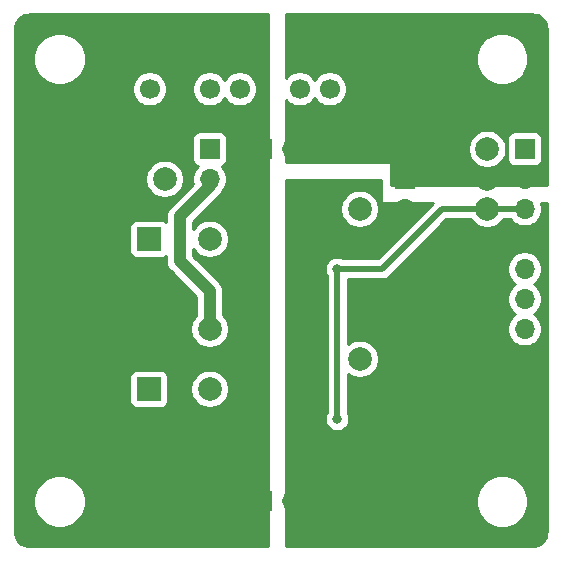
<source format=gbl>
G04 #@! TF.GenerationSoftware,KiCad,Pcbnew,5.1.5-52549c5~84~ubuntu19.04.1*
G04 #@! TF.CreationDate,2019-12-10T10:52:44+01:00*
G04 #@! TF.ProjectId,2ch-4-20mA,3263682d-342d-4323-906d-412e6b696361,rev?*
G04 #@! TF.SameCoordinates,Original*
G04 #@! TF.FileFunction,Copper,L2,Bot*
G04 #@! TF.FilePolarity,Positive*
%FSLAX46Y46*%
G04 Gerber Fmt 4.6, Leading zero omitted, Abs format (unit mm)*
G04 Created by KiCad (PCBNEW 5.1.5-52549c5~84~ubuntu19.04.1) date 2019-12-10 10:52:44*
%MOMM*%
%LPD*%
G04 APERTURE LIST*
%ADD10C,2.000000*%
%ADD11R,2.000000X2.000000*%
%ADD12C,1.700000*%
%ADD13R,1.700000X1.700000*%
%ADD14O,1.700000X1.700000*%
%ADD15C,0.800000*%
%ADD16C,0.508000*%
%ADD17C,1.016000*%
%ADD18C,0.254000*%
G04 APERTURE END LIST*
D10*
X122553200Y-114625000D03*
D11*
X127555000Y-111125000D03*
D10*
X122553200Y-101925000D03*
D11*
X127555000Y-98425000D03*
D12*
X127635000Y-85725000D03*
X130175000Y-85725000D03*
X132715000Y-85725000D03*
X135255000Y-85725000D03*
X140335000Y-85725000D03*
X142875000Y-85725000D03*
D13*
X145415000Y-85725000D03*
D14*
X132715000Y-93345000D03*
D13*
X132715000Y-90805000D03*
D14*
X139700000Y-120650000D03*
D13*
X137160000Y-120650000D03*
D14*
X149225000Y-95885000D03*
D13*
X149225000Y-93345000D03*
D14*
X139700000Y-90805000D03*
D13*
X137160000Y-90805000D03*
D14*
X159385000Y-106045000D03*
X159385000Y-103505000D03*
X159385000Y-100965000D03*
X159385000Y-98425000D03*
X159385000Y-95885000D03*
X159385000Y-93345000D03*
D13*
X159385000Y-90805000D03*
D10*
X156210000Y-98425000D03*
X156210000Y-95885000D03*
X156210000Y-93345000D03*
X156210000Y-90805000D03*
X128905000Y-90805000D03*
X128905000Y-93345000D03*
X145415000Y-108585000D03*
X132715000Y-111125000D03*
X145415000Y-95885000D03*
X132715000Y-98425000D03*
D15*
X141605000Y-117475000D03*
X140970000Y-106680000D03*
X141605000Y-104775000D03*
X140970000Y-93980000D03*
X146050000Y-102235000D03*
X143510000Y-100965000D03*
X143510000Y-113665000D03*
D10*
X132715000Y-106045000D03*
D16*
X159385000Y-95885000D02*
X156210000Y-95885000D01*
X156210000Y-95885000D02*
X152400000Y-95885000D01*
X147320000Y-100965000D02*
X143510000Y-100965000D01*
X152400000Y-95885000D02*
X147320000Y-100965000D01*
X143510000Y-113665000D02*
X143510000Y-100965000D01*
D17*
X132715000Y-102870000D02*
X132715000Y-106045000D01*
X130175000Y-100330000D02*
X132715000Y-102870000D01*
X130175000Y-96520000D02*
X130175000Y-100330000D01*
X132715000Y-93345000D02*
X132715000Y-93980000D01*
X132715000Y-93980000D02*
X130175000Y-96520000D01*
D18*
G36*
X137668000Y-124435000D02*
G01*
X117507277Y-124435000D01*
X117233795Y-124408185D01*
X117001774Y-124338133D01*
X116787778Y-124224350D01*
X116599961Y-124071169D01*
X116445471Y-123884424D01*
X116330198Y-123671231D01*
X116258528Y-123439701D01*
X116230000Y-123168276D01*
X116230000Y-120429872D01*
X117780000Y-120429872D01*
X117780000Y-120870128D01*
X117865890Y-121301925D01*
X118034369Y-121708669D01*
X118278962Y-122074729D01*
X118590271Y-122386038D01*
X118956331Y-122630631D01*
X119363075Y-122799110D01*
X119794872Y-122885000D01*
X120235128Y-122885000D01*
X120666925Y-122799110D01*
X121073669Y-122630631D01*
X121439729Y-122386038D01*
X121751038Y-122074729D01*
X121995631Y-121708669D01*
X122164110Y-121301925D01*
X122250000Y-120870128D01*
X122250000Y-120429872D01*
X122164110Y-119998075D01*
X121995631Y-119591331D01*
X121751038Y-119225271D01*
X121439729Y-118913962D01*
X121073669Y-118669369D01*
X120666925Y-118500890D01*
X120235128Y-118415000D01*
X119794872Y-118415000D01*
X119363075Y-118500890D01*
X118956331Y-118669369D01*
X118590271Y-118913962D01*
X118278962Y-119225271D01*
X118034369Y-119591331D01*
X117865890Y-119998075D01*
X117780000Y-120429872D01*
X116230000Y-120429872D01*
X116230000Y-110125000D01*
X125916928Y-110125000D01*
X125916928Y-112125000D01*
X125929188Y-112249482D01*
X125965498Y-112369180D01*
X126024463Y-112479494D01*
X126103815Y-112576185D01*
X126200506Y-112655537D01*
X126310820Y-112714502D01*
X126430518Y-112750812D01*
X126555000Y-112763072D01*
X128555000Y-112763072D01*
X128679482Y-112750812D01*
X128799180Y-112714502D01*
X128909494Y-112655537D01*
X129006185Y-112576185D01*
X129085537Y-112479494D01*
X129144502Y-112369180D01*
X129180812Y-112249482D01*
X129193072Y-112125000D01*
X129193072Y-110963967D01*
X131080000Y-110963967D01*
X131080000Y-111286033D01*
X131142832Y-111601912D01*
X131266082Y-111899463D01*
X131445013Y-112167252D01*
X131672748Y-112394987D01*
X131940537Y-112573918D01*
X132238088Y-112697168D01*
X132553967Y-112760000D01*
X132876033Y-112760000D01*
X133191912Y-112697168D01*
X133489463Y-112573918D01*
X133757252Y-112394987D01*
X133984987Y-112167252D01*
X134163918Y-111899463D01*
X134287168Y-111601912D01*
X134350000Y-111286033D01*
X134350000Y-110963967D01*
X134287168Y-110648088D01*
X134163918Y-110350537D01*
X133984987Y-110082748D01*
X133757252Y-109855013D01*
X133489463Y-109676082D01*
X133191912Y-109552832D01*
X132876033Y-109490000D01*
X132553967Y-109490000D01*
X132238088Y-109552832D01*
X131940537Y-109676082D01*
X131672748Y-109855013D01*
X131445013Y-110082748D01*
X131266082Y-110350537D01*
X131142832Y-110648088D01*
X131080000Y-110963967D01*
X129193072Y-110963967D01*
X129193072Y-110125000D01*
X129180812Y-110000518D01*
X129144502Y-109880820D01*
X129085537Y-109770506D01*
X129006185Y-109673815D01*
X128909494Y-109594463D01*
X128799180Y-109535498D01*
X128679482Y-109499188D01*
X128555000Y-109486928D01*
X126555000Y-109486928D01*
X126430518Y-109499188D01*
X126310820Y-109535498D01*
X126200506Y-109594463D01*
X126103815Y-109673815D01*
X126024463Y-109770506D01*
X125965498Y-109880820D01*
X125929188Y-110000518D01*
X125916928Y-110125000D01*
X116230000Y-110125000D01*
X116230000Y-97425000D01*
X125916928Y-97425000D01*
X125916928Y-99425000D01*
X125929188Y-99549482D01*
X125965498Y-99669180D01*
X126024463Y-99779494D01*
X126103815Y-99876185D01*
X126200506Y-99955537D01*
X126310820Y-100014502D01*
X126430518Y-100050812D01*
X126555000Y-100063072D01*
X128555000Y-100063072D01*
X128679482Y-100050812D01*
X128799180Y-100014502D01*
X128909494Y-99955537D01*
X129006185Y-99876185D01*
X129032001Y-99844728D01*
X129032001Y-100273852D01*
X129026471Y-100330000D01*
X129048539Y-100554067D01*
X129113898Y-100769523D01*
X129220033Y-100968089D01*
X129362868Y-101142133D01*
X129406478Y-101177923D01*
X131572000Y-103343446D01*
X131572001Y-104875760D01*
X131445013Y-105002748D01*
X131266082Y-105270537D01*
X131142832Y-105568088D01*
X131080000Y-105883967D01*
X131080000Y-106206033D01*
X131142832Y-106521912D01*
X131266082Y-106819463D01*
X131445013Y-107087252D01*
X131672748Y-107314987D01*
X131940537Y-107493918D01*
X132238088Y-107617168D01*
X132553967Y-107680000D01*
X132876033Y-107680000D01*
X133191912Y-107617168D01*
X133489463Y-107493918D01*
X133757252Y-107314987D01*
X133984987Y-107087252D01*
X134163918Y-106819463D01*
X134287168Y-106521912D01*
X134350000Y-106206033D01*
X134350000Y-105883967D01*
X134287168Y-105568088D01*
X134163918Y-105270537D01*
X133984987Y-105002748D01*
X133858000Y-104875761D01*
X133858000Y-102926138D01*
X133863529Y-102869999D01*
X133858000Y-102813860D01*
X133858000Y-102813854D01*
X133841461Y-102645933D01*
X133776103Y-102430477D01*
X133669968Y-102231911D01*
X133527133Y-102057867D01*
X133483524Y-102022078D01*
X131318000Y-99856555D01*
X131318000Y-99277164D01*
X131445013Y-99467252D01*
X131672748Y-99694987D01*
X131940537Y-99873918D01*
X132238088Y-99997168D01*
X132553967Y-100060000D01*
X132876033Y-100060000D01*
X133191912Y-99997168D01*
X133489463Y-99873918D01*
X133757252Y-99694987D01*
X133984987Y-99467252D01*
X134163918Y-99199463D01*
X134287168Y-98901912D01*
X134350000Y-98586033D01*
X134350000Y-98263967D01*
X134287168Y-97948088D01*
X134163918Y-97650537D01*
X133984987Y-97382748D01*
X133757252Y-97155013D01*
X133489463Y-96976082D01*
X133191912Y-96852832D01*
X132876033Y-96790000D01*
X132553967Y-96790000D01*
X132238088Y-96852832D01*
X131940537Y-96976082D01*
X131672748Y-97155013D01*
X131445013Y-97382748D01*
X131318000Y-97572836D01*
X131318000Y-96993445D01*
X133483523Y-94827923D01*
X133527133Y-94792133D01*
X133669968Y-94618089D01*
X133776103Y-94419523D01*
X133791569Y-94368538D01*
X133868475Y-94291632D01*
X134030990Y-94048411D01*
X134142932Y-93778158D01*
X134200000Y-93491260D01*
X134200000Y-93198740D01*
X134142932Y-92911842D01*
X134030990Y-92641589D01*
X133868475Y-92398368D01*
X133736620Y-92266513D01*
X133809180Y-92244502D01*
X133919494Y-92185537D01*
X134016185Y-92106185D01*
X134095537Y-92009494D01*
X134154502Y-91899180D01*
X134190812Y-91779482D01*
X134203072Y-91655000D01*
X134203072Y-89955000D01*
X134190812Y-89830518D01*
X134154502Y-89710820D01*
X134095537Y-89600506D01*
X134016185Y-89503815D01*
X133919494Y-89424463D01*
X133809180Y-89365498D01*
X133689482Y-89329188D01*
X133565000Y-89316928D01*
X131865000Y-89316928D01*
X131740518Y-89329188D01*
X131620820Y-89365498D01*
X131510506Y-89424463D01*
X131413815Y-89503815D01*
X131334463Y-89600506D01*
X131275498Y-89710820D01*
X131239188Y-89830518D01*
X131226928Y-89955000D01*
X131226928Y-91655000D01*
X131239188Y-91779482D01*
X131275498Y-91899180D01*
X131334463Y-92009494D01*
X131413815Y-92106185D01*
X131510506Y-92185537D01*
X131620820Y-92244502D01*
X131693380Y-92266513D01*
X131561525Y-92398368D01*
X131399010Y-92641589D01*
X131287068Y-92911842D01*
X131230000Y-93198740D01*
X131230000Y-93491260D01*
X131287068Y-93778158D01*
X131290972Y-93787583D01*
X129406482Y-95672073D01*
X129362867Y-95707867D01*
X129220032Y-95881912D01*
X129113897Y-96080478D01*
X129048539Y-96295934D01*
X129032000Y-96463855D01*
X129032000Y-96463861D01*
X129026471Y-96520000D01*
X129032000Y-96576139D01*
X129032000Y-97005271D01*
X129006185Y-96973815D01*
X128909494Y-96894463D01*
X128799180Y-96835498D01*
X128679482Y-96799188D01*
X128555000Y-96786928D01*
X126555000Y-96786928D01*
X126430518Y-96799188D01*
X126310820Y-96835498D01*
X126200506Y-96894463D01*
X126103815Y-96973815D01*
X126024463Y-97070506D01*
X125965498Y-97180820D01*
X125929188Y-97300518D01*
X125916928Y-97425000D01*
X116230000Y-97425000D01*
X116230000Y-93183967D01*
X127270000Y-93183967D01*
X127270000Y-93506033D01*
X127332832Y-93821912D01*
X127456082Y-94119463D01*
X127635013Y-94387252D01*
X127862748Y-94614987D01*
X128130537Y-94793918D01*
X128428088Y-94917168D01*
X128743967Y-94980000D01*
X129066033Y-94980000D01*
X129381912Y-94917168D01*
X129679463Y-94793918D01*
X129947252Y-94614987D01*
X130174987Y-94387252D01*
X130353918Y-94119463D01*
X130477168Y-93821912D01*
X130540000Y-93506033D01*
X130540000Y-93183967D01*
X130477168Y-92868088D01*
X130353918Y-92570537D01*
X130174987Y-92302748D01*
X129947252Y-92075013D01*
X129679463Y-91896082D01*
X129381912Y-91772832D01*
X129066033Y-91710000D01*
X128743967Y-91710000D01*
X128428088Y-91772832D01*
X128130537Y-91896082D01*
X127862748Y-92075013D01*
X127635013Y-92302748D01*
X127456082Y-92570537D01*
X127332832Y-92868088D01*
X127270000Y-93183967D01*
X116230000Y-93183967D01*
X116230000Y-85578740D01*
X126150000Y-85578740D01*
X126150000Y-85871260D01*
X126207068Y-86158158D01*
X126319010Y-86428411D01*
X126481525Y-86671632D01*
X126688368Y-86878475D01*
X126931589Y-87040990D01*
X127201842Y-87152932D01*
X127488740Y-87210000D01*
X127781260Y-87210000D01*
X128068158Y-87152932D01*
X128338411Y-87040990D01*
X128581632Y-86878475D01*
X128788475Y-86671632D01*
X128950990Y-86428411D01*
X129062932Y-86158158D01*
X129120000Y-85871260D01*
X129120000Y-85578740D01*
X131230000Y-85578740D01*
X131230000Y-85871260D01*
X131287068Y-86158158D01*
X131399010Y-86428411D01*
X131561525Y-86671632D01*
X131768368Y-86878475D01*
X132011589Y-87040990D01*
X132281842Y-87152932D01*
X132568740Y-87210000D01*
X132861260Y-87210000D01*
X133148158Y-87152932D01*
X133418411Y-87040990D01*
X133661632Y-86878475D01*
X133868475Y-86671632D01*
X133985000Y-86497240D01*
X134101525Y-86671632D01*
X134308368Y-86878475D01*
X134551589Y-87040990D01*
X134821842Y-87152932D01*
X135108740Y-87210000D01*
X135401260Y-87210000D01*
X135688158Y-87152932D01*
X135958411Y-87040990D01*
X136201632Y-86878475D01*
X136408475Y-86671632D01*
X136570990Y-86428411D01*
X136682932Y-86158158D01*
X136740000Y-85871260D01*
X136740000Y-85578740D01*
X136682932Y-85291842D01*
X136570990Y-85021589D01*
X136408475Y-84778368D01*
X136201632Y-84571525D01*
X135958411Y-84409010D01*
X135688158Y-84297068D01*
X135401260Y-84240000D01*
X135108740Y-84240000D01*
X134821842Y-84297068D01*
X134551589Y-84409010D01*
X134308368Y-84571525D01*
X134101525Y-84778368D01*
X133985000Y-84952760D01*
X133868475Y-84778368D01*
X133661632Y-84571525D01*
X133418411Y-84409010D01*
X133148158Y-84297068D01*
X132861260Y-84240000D01*
X132568740Y-84240000D01*
X132281842Y-84297068D01*
X132011589Y-84409010D01*
X131768368Y-84571525D01*
X131561525Y-84778368D01*
X131399010Y-85021589D01*
X131287068Y-85291842D01*
X131230000Y-85578740D01*
X129120000Y-85578740D01*
X129062932Y-85291842D01*
X128950990Y-85021589D01*
X128788475Y-84778368D01*
X128581632Y-84571525D01*
X128338411Y-84409010D01*
X128068158Y-84297068D01*
X127781260Y-84240000D01*
X127488740Y-84240000D01*
X127201842Y-84297068D01*
X126931589Y-84409010D01*
X126688368Y-84571525D01*
X126481525Y-84778368D01*
X126319010Y-85021589D01*
X126207068Y-85291842D01*
X126150000Y-85578740D01*
X116230000Y-85578740D01*
X116230000Y-82964872D01*
X117780000Y-82964872D01*
X117780000Y-83405128D01*
X117865890Y-83836925D01*
X118034369Y-84243669D01*
X118278962Y-84609729D01*
X118590271Y-84921038D01*
X118956331Y-85165631D01*
X119363075Y-85334110D01*
X119794872Y-85420000D01*
X120235128Y-85420000D01*
X120666925Y-85334110D01*
X121073669Y-85165631D01*
X121439729Y-84921038D01*
X121751038Y-84609729D01*
X121995631Y-84243669D01*
X122164110Y-83836925D01*
X122250000Y-83405128D01*
X122250000Y-82964872D01*
X122164110Y-82533075D01*
X121995631Y-82126331D01*
X121751038Y-81760271D01*
X121439729Y-81448962D01*
X121073669Y-81204369D01*
X120666925Y-81035890D01*
X120235128Y-80950000D01*
X119794872Y-80950000D01*
X119363075Y-81035890D01*
X118956331Y-81204369D01*
X118590271Y-81448962D01*
X118278962Y-81760271D01*
X118034369Y-82126331D01*
X117865890Y-82533075D01*
X117780000Y-82964872D01*
X116230000Y-82964872D01*
X116230000Y-80677277D01*
X116256815Y-80403796D01*
X116326867Y-80171774D01*
X116440650Y-79957778D01*
X116593832Y-79769959D01*
X116780577Y-79615470D01*
X116993769Y-79500199D01*
X117225300Y-79428528D01*
X117496725Y-79400000D01*
X137668000Y-79400000D01*
X137668000Y-124435000D01*
G37*
X137668000Y-124435000D02*
X117507277Y-124435000D01*
X117233795Y-124408185D01*
X117001774Y-124338133D01*
X116787778Y-124224350D01*
X116599961Y-124071169D01*
X116445471Y-123884424D01*
X116330198Y-123671231D01*
X116258528Y-123439701D01*
X116230000Y-123168276D01*
X116230000Y-120429872D01*
X117780000Y-120429872D01*
X117780000Y-120870128D01*
X117865890Y-121301925D01*
X118034369Y-121708669D01*
X118278962Y-122074729D01*
X118590271Y-122386038D01*
X118956331Y-122630631D01*
X119363075Y-122799110D01*
X119794872Y-122885000D01*
X120235128Y-122885000D01*
X120666925Y-122799110D01*
X121073669Y-122630631D01*
X121439729Y-122386038D01*
X121751038Y-122074729D01*
X121995631Y-121708669D01*
X122164110Y-121301925D01*
X122250000Y-120870128D01*
X122250000Y-120429872D01*
X122164110Y-119998075D01*
X121995631Y-119591331D01*
X121751038Y-119225271D01*
X121439729Y-118913962D01*
X121073669Y-118669369D01*
X120666925Y-118500890D01*
X120235128Y-118415000D01*
X119794872Y-118415000D01*
X119363075Y-118500890D01*
X118956331Y-118669369D01*
X118590271Y-118913962D01*
X118278962Y-119225271D01*
X118034369Y-119591331D01*
X117865890Y-119998075D01*
X117780000Y-120429872D01*
X116230000Y-120429872D01*
X116230000Y-110125000D01*
X125916928Y-110125000D01*
X125916928Y-112125000D01*
X125929188Y-112249482D01*
X125965498Y-112369180D01*
X126024463Y-112479494D01*
X126103815Y-112576185D01*
X126200506Y-112655537D01*
X126310820Y-112714502D01*
X126430518Y-112750812D01*
X126555000Y-112763072D01*
X128555000Y-112763072D01*
X128679482Y-112750812D01*
X128799180Y-112714502D01*
X128909494Y-112655537D01*
X129006185Y-112576185D01*
X129085537Y-112479494D01*
X129144502Y-112369180D01*
X129180812Y-112249482D01*
X129193072Y-112125000D01*
X129193072Y-110963967D01*
X131080000Y-110963967D01*
X131080000Y-111286033D01*
X131142832Y-111601912D01*
X131266082Y-111899463D01*
X131445013Y-112167252D01*
X131672748Y-112394987D01*
X131940537Y-112573918D01*
X132238088Y-112697168D01*
X132553967Y-112760000D01*
X132876033Y-112760000D01*
X133191912Y-112697168D01*
X133489463Y-112573918D01*
X133757252Y-112394987D01*
X133984987Y-112167252D01*
X134163918Y-111899463D01*
X134287168Y-111601912D01*
X134350000Y-111286033D01*
X134350000Y-110963967D01*
X134287168Y-110648088D01*
X134163918Y-110350537D01*
X133984987Y-110082748D01*
X133757252Y-109855013D01*
X133489463Y-109676082D01*
X133191912Y-109552832D01*
X132876033Y-109490000D01*
X132553967Y-109490000D01*
X132238088Y-109552832D01*
X131940537Y-109676082D01*
X131672748Y-109855013D01*
X131445013Y-110082748D01*
X131266082Y-110350537D01*
X131142832Y-110648088D01*
X131080000Y-110963967D01*
X129193072Y-110963967D01*
X129193072Y-110125000D01*
X129180812Y-110000518D01*
X129144502Y-109880820D01*
X129085537Y-109770506D01*
X129006185Y-109673815D01*
X128909494Y-109594463D01*
X128799180Y-109535498D01*
X128679482Y-109499188D01*
X128555000Y-109486928D01*
X126555000Y-109486928D01*
X126430518Y-109499188D01*
X126310820Y-109535498D01*
X126200506Y-109594463D01*
X126103815Y-109673815D01*
X126024463Y-109770506D01*
X125965498Y-109880820D01*
X125929188Y-110000518D01*
X125916928Y-110125000D01*
X116230000Y-110125000D01*
X116230000Y-97425000D01*
X125916928Y-97425000D01*
X125916928Y-99425000D01*
X125929188Y-99549482D01*
X125965498Y-99669180D01*
X126024463Y-99779494D01*
X126103815Y-99876185D01*
X126200506Y-99955537D01*
X126310820Y-100014502D01*
X126430518Y-100050812D01*
X126555000Y-100063072D01*
X128555000Y-100063072D01*
X128679482Y-100050812D01*
X128799180Y-100014502D01*
X128909494Y-99955537D01*
X129006185Y-99876185D01*
X129032001Y-99844728D01*
X129032001Y-100273852D01*
X129026471Y-100330000D01*
X129048539Y-100554067D01*
X129113898Y-100769523D01*
X129220033Y-100968089D01*
X129362868Y-101142133D01*
X129406478Y-101177923D01*
X131572000Y-103343446D01*
X131572001Y-104875760D01*
X131445013Y-105002748D01*
X131266082Y-105270537D01*
X131142832Y-105568088D01*
X131080000Y-105883967D01*
X131080000Y-106206033D01*
X131142832Y-106521912D01*
X131266082Y-106819463D01*
X131445013Y-107087252D01*
X131672748Y-107314987D01*
X131940537Y-107493918D01*
X132238088Y-107617168D01*
X132553967Y-107680000D01*
X132876033Y-107680000D01*
X133191912Y-107617168D01*
X133489463Y-107493918D01*
X133757252Y-107314987D01*
X133984987Y-107087252D01*
X134163918Y-106819463D01*
X134287168Y-106521912D01*
X134350000Y-106206033D01*
X134350000Y-105883967D01*
X134287168Y-105568088D01*
X134163918Y-105270537D01*
X133984987Y-105002748D01*
X133858000Y-104875761D01*
X133858000Y-102926138D01*
X133863529Y-102869999D01*
X133858000Y-102813860D01*
X133858000Y-102813854D01*
X133841461Y-102645933D01*
X133776103Y-102430477D01*
X133669968Y-102231911D01*
X133527133Y-102057867D01*
X133483524Y-102022078D01*
X131318000Y-99856555D01*
X131318000Y-99277164D01*
X131445013Y-99467252D01*
X131672748Y-99694987D01*
X131940537Y-99873918D01*
X132238088Y-99997168D01*
X132553967Y-100060000D01*
X132876033Y-100060000D01*
X133191912Y-99997168D01*
X133489463Y-99873918D01*
X133757252Y-99694987D01*
X133984987Y-99467252D01*
X134163918Y-99199463D01*
X134287168Y-98901912D01*
X134350000Y-98586033D01*
X134350000Y-98263967D01*
X134287168Y-97948088D01*
X134163918Y-97650537D01*
X133984987Y-97382748D01*
X133757252Y-97155013D01*
X133489463Y-96976082D01*
X133191912Y-96852832D01*
X132876033Y-96790000D01*
X132553967Y-96790000D01*
X132238088Y-96852832D01*
X131940537Y-96976082D01*
X131672748Y-97155013D01*
X131445013Y-97382748D01*
X131318000Y-97572836D01*
X131318000Y-96993445D01*
X133483523Y-94827923D01*
X133527133Y-94792133D01*
X133669968Y-94618089D01*
X133776103Y-94419523D01*
X133791569Y-94368538D01*
X133868475Y-94291632D01*
X134030990Y-94048411D01*
X134142932Y-93778158D01*
X134200000Y-93491260D01*
X134200000Y-93198740D01*
X134142932Y-92911842D01*
X134030990Y-92641589D01*
X133868475Y-92398368D01*
X133736620Y-92266513D01*
X133809180Y-92244502D01*
X133919494Y-92185537D01*
X134016185Y-92106185D01*
X134095537Y-92009494D01*
X134154502Y-91899180D01*
X134190812Y-91779482D01*
X134203072Y-91655000D01*
X134203072Y-89955000D01*
X134190812Y-89830518D01*
X134154502Y-89710820D01*
X134095537Y-89600506D01*
X134016185Y-89503815D01*
X133919494Y-89424463D01*
X133809180Y-89365498D01*
X133689482Y-89329188D01*
X133565000Y-89316928D01*
X131865000Y-89316928D01*
X131740518Y-89329188D01*
X131620820Y-89365498D01*
X131510506Y-89424463D01*
X131413815Y-89503815D01*
X131334463Y-89600506D01*
X131275498Y-89710820D01*
X131239188Y-89830518D01*
X131226928Y-89955000D01*
X131226928Y-91655000D01*
X131239188Y-91779482D01*
X131275498Y-91899180D01*
X131334463Y-92009494D01*
X131413815Y-92106185D01*
X131510506Y-92185537D01*
X131620820Y-92244502D01*
X131693380Y-92266513D01*
X131561525Y-92398368D01*
X131399010Y-92641589D01*
X131287068Y-92911842D01*
X131230000Y-93198740D01*
X131230000Y-93491260D01*
X131287068Y-93778158D01*
X131290972Y-93787583D01*
X129406482Y-95672073D01*
X129362867Y-95707867D01*
X129220032Y-95881912D01*
X129113897Y-96080478D01*
X129048539Y-96295934D01*
X129032000Y-96463855D01*
X129032000Y-96463861D01*
X129026471Y-96520000D01*
X129032000Y-96576139D01*
X129032000Y-97005271D01*
X129006185Y-96973815D01*
X128909494Y-96894463D01*
X128799180Y-96835498D01*
X128679482Y-96799188D01*
X128555000Y-96786928D01*
X126555000Y-96786928D01*
X126430518Y-96799188D01*
X126310820Y-96835498D01*
X126200506Y-96894463D01*
X126103815Y-96973815D01*
X126024463Y-97070506D01*
X125965498Y-97180820D01*
X125929188Y-97300518D01*
X125916928Y-97425000D01*
X116230000Y-97425000D01*
X116230000Y-93183967D01*
X127270000Y-93183967D01*
X127270000Y-93506033D01*
X127332832Y-93821912D01*
X127456082Y-94119463D01*
X127635013Y-94387252D01*
X127862748Y-94614987D01*
X128130537Y-94793918D01*
X128428088Y-94917168D01*
X128743967Y-94980000D01*
X129066033Y-94980000D01*
X129381912Y-94917168D01*
X129679463Y-94793918D01*
X129947252Y-94614987D01*
X130174987Y-94387252D01*
X130353918Y-94119463D01*
X130477168Y-93821912D01*
X130540000Y-93506033D01*
X130540000Y-93183967D01*
X130477168Y-92868088D01*
X130353918Y-92570537D01*
X130174987Y-92302748D01*
X129947252Y-92075013D01*
X129679463Y-91896082D01*
X129381912Y-91772832D01*
X129066033Y-91710000D01*
X128743967Y-91710000D01*
X128428088Y-91772832D01*
X128130537Y-91896082D01*
X127862748Y-92075013D01*
X127635013Y-92302748D01*
X127456082Y-92570537D01*
X127332832Y-92868088D01*
X127270000Y-93183967D01*
X116230000Y-93183967D01*
X116230000Y-85578740D01*
X126150000Y-85578740D01*
X126150000Y-85871260D01*
X126207068Y-86158158D01*
X126319010Y-86428411D01*
X126481525Y-86671632D01*
X126688368Y-86878475D01*
X126931589Y-87040990D01*
X127201842Y-87152932D01*
X127488740Y-87210000D01*
X127781260Y-87210000D01*
X128068158Y-87152932D01*
X128338411Y-87040990D01*
X128581632Y-86878475D01*
X128788475Y-86671632D01*
X128950990Y-86428411D01*
X129062932Y-86158158D01*
X129120000Y-85871260D01*
X129120000Y-85578740D01*
X131230000Y-85578740D01*
X131230000Y-85871260D01*
X131287068Y-86158158D01*
X131399010Y-86428411D01*
X131561525Y-86671632D01*
X131768368Y-86878475D01*
X132011589Y-87040990D01*
X132281842Y-87152932D01*
X132568740Y-87210000D01*
X132861260Y-87210000D01*
X133148158Y-87152932D01*
X133418411Y-87040990D01*
X133661632Y-86878475D01*
X133868475Y-86671632D01*
X133985000Y-86497240D01*
X134101525Y-86671632D01*
X134308368Y-86878475D01*
X134551589Y-87040990D01*
X134821842Y-87152932D01*
X135108740Y-87210000D01*
X135401260Y-87210000D01*
X135688158Y-87152932D01*
X135958411Y-87040990D01*
X136201632Y-86878475D01*
X136408475Y-86671632D01*
X136570990Y-86428411D01*
X136682932Y-86158158D01*
X136740000Y-85871260D01*
X136740000Y-85578740D01*
X136682932Y-85291842D01*
X136570990Y-85021589D01*
X136408475Y-84778368D01*
X136201632Y-84571525D01*
X135958411Y-84409010D01*
X135688158Y-84297068D01*
X135401260Y-84240000D01*
X135108740Y-84240000D01*
X134821842Y-84297068D01*
X134551589Y-84409010D01*
X134308368Y-84571525D01*
X134101525Y-84778368D01*
X133985000Y-84952760D01*
X133868475Y-84778368D01*
X133661632Y-84571525D01*
X133418411Y-84409010D01*
X133148158Y-84297068D01*
X132861260Y-84240000D01*
X132568740Y-84240000D01*
X132281842Y-84297068D01*
X132011589Y-84409010D01*
X131768368Y-84571525D01*
X131561525Y-84778368D01*
X131399010Y-85021589D01*
X131287068Y-85291842D01*
X131230000Y-85578740D01*
X129120000Y-85578740D01*
X129062932Y-85291842D01*
X128950990Y-85021589D01*
X128788475Y-84778368D01*
X128581632Y-84571525D01*
X128338411Y-84409010D01*
X128068158Y-84297068D01*
X127781260Y-84240000D01*
X127488740Y-84240000D01*
X127201842Y-84297068D01*
X126931589Y-84409010D01*
X126688368Y-84571525D01*
X126481525Y-84778368D01*
X126319010Y-85021589D01*
X126207068Y-85291842D01*
X126150000Y-85578740D01*
X116230000Y-85578740D01*
X116230000Y-82964872D01*
X117780000Y-82964872D01*
X117780000Y-83405128D01*
X117865890Y-83836925D01*
X118034369Y-84243669D01*
X118278962Y-84609729D01*
X118590271Y-84921038D01*
X118956331Y-85165631D01*
X119363075Y-85334110D01*
X119794872Y-85420000D01*
X120235128Y-85420000D01*
X120666925Y-85334110D01*
X121073669Y-85165631D01*
X121439729Y-84921038D01*
X121751038Y-84609729D01*
X121995631Y-84243669D01*
X122164110Y-83836925D01*
X122250000Y-83405128D01*
X122250000Y-82964872D01*
X122164110Y-82533075D01*
X121995631Y-82126331D01*
X121751038Y-81760271D01*
X121439729Y-81448962D01*
X121073669Y-81204369D01*
X120666925Y-81035890D01*
X120235128Y-80950000D01*
X119794872Y-80950000D01*
X119363075Y-81035890D01*
X118956331Y-81204369D01*
X118590271Y-81448962D01*
X118278962Y-81760271D01*
X118034369Y-82126331D01*
X117865890Y-82533075D01*
X117780000Y-82964872D01*
X116230000Y-82964872D01*
X116230000Y-80677277D01*
X116256815Y-80403796D01*
X116326867Y-80171774D01*
X116440650Y-79957778D01*
X116593832Y-79769959D01*
X116780577Y-79615470D01*
X116993769Y-79500199D01*
X117225300Y-79428528D01*
X117496725Y-79400000D01*
X137668000Y-79400000D01*
X137668000Y-124435000D01*
G36*
X160261204Y-79426815D02*
G01*
X160493226Y-79496867D01*
X160707222Y-79610650D01*
X160895041Y-79763832D01*
X161049530Y-79950577D01*
X161164801Y-80163769D01*
X161236472Y-80395300D01*
X161265000Y-80666725D01*
X161265000Y-93853000D01*
X148082000Y-93853000D01*
X148082000Y-92075000D01*
X148079560Y-92050224D01*
X148072333Y-92026399D01*
X148060597Y-92004443D01*
X148044803Y-91985197D01*
X148025557Y-91969403D01*
X148003601Y-91957667D01*
X147979776Y-91950440D01*
X147955000Y-91948000D01*
X139192000Y-91948000D01*
X139192000Y-90643967D01*
X154575000Y-90643967D01*
X154575000Y-90966033D01*
X154637832Y-91281912D01*
X154761082Y-91579463D01*
X154940013Y-91847252D01*
X155167748Y-92074987D01*
X155435537Y-92253918D01*
X155733088Y-92377168D01*
X156048967Y-92440000D01*
X156371033Y-92440000D01*
X156686912Y-92377168D01*
X156984463Y-92253918D01*
X157252252Y-92074987D01*
X157479987Y-91847252D01*
X157658918Y-91579463D01*
X157782168Y-91281912D01*
X157845000Y-90966033D01*
X157845000Y-90643967D01*
X157782168Y-90328088D01*
X157658918Y-90030537D01*
X157608446Y-89955000D01*
X157896928Y-89955000D01*
X157896928Y-91655000D01*
X157909188Y-91779482D01*
X157945498Y-91899180D01*
X158004463Y-92009494D01*
X158083815Y-92106185D01*
X158180506Y-92185537D01*
X158290820Y-92244502D01*
X158410518Y-92280812D01*
X158535000Y-92293072D01*
X160235000Y-92293072D01*
X160359482Y-92280812D01*
X160479180Y-92244502D01*
X160589494Y-92185537D01*
X160686185Y-92106185D01*
X160765537Y-92009494D01*
X160824502Y-91899180D01*
X160860812Y-91779482D01*
X160873072Y-91655000D01*
X160873072Y-89955000D01*
X160860812Y-89830518D01*
X160824502Y-89710820D01*
X160765537Y-89600506D01*
X160686185Y-89503815D01*
X160589494Y-89424463D01*
X160479180Y-89365498D01*
X160359482Y-89329188D01*
X160235000Y-89316928D01*
X158535000Y-89316928D01*
X158410518Y-89329188D01*
X158290820Y-89365498D01*
X158180506Y-89424463D01*
X158083815Y-89503815D01*
X158004463Y-89600506D01*
X157945498Y-89710820D01*
X157909188Y-89830518D01*
X157896928Y-89955000D01*
X157608446Y-89955000D01*
X157479987Y-89762748D01*
X157252252Y-89535013D01*
X156984463Y-89356082D01*
X156686912Y-89232832D01*
X156371033Y-89170000D01*
X156048967Y-89170000D01*
X155733088Y-89232832D01*
X155435537Y-89356082D01*
X155167748Y-89535013D01*
X154940013Y-89762748D01*
X154761082Y-90030537D01*
X154637832Y-90328088D01*
X154575000Y-90643967D01*
X139192000Y-90643967D01*
X139192000Y-86682107D01*
X139388368Y-86878475D01*
X139631589Y-87040990D01*
X139901842Y-87152932D01*
X140188740Y-87210000D01*
X140481260Y-87210000D01*
X140768158Y-87152932D01*
X141038411Y-87040990D01*
X141281632Y-86878475D01*
X141488475Y-86671632D01*
X141605000Y-86497240D01*
X141721525Y-86671632D01*
X141928368Y-86878475D01*
X142171589Y-87040990D01*
X142441842Y-87152932D01*
X142728740Y-87210000D01*
X143021260Y-87210000D01*
X143308158Y-87152932D01*
X143578411Y-87040990D01*
X143821632Y-86878475D01*
X144028475Y-86671632D01*
X144190990Y-86428411D01*
X144302932Y-86158158D01*
X144360000Y-85871260D01*
X144360000Y-85578740D01*
X144302932Y-85291842D01*
X144190990Y-85021589D01*
X144028475Y-84778368D01*
X143821632Y-84571525D01*
X143578411Y-84409010D01*
X143308158Y-84297068D01*
X143021260Y-84240000D01*
X142728740Y-84240000D01*
X142441842Y-84297068D01*
X142171589Y-84409010D01*
X141928368Y-84571525D01*
X141721525Y-84778368D01*
X141605000Y-84952760D01*
X141488475Y-84778368D01*
X141281632Y-84571525D01*
X141038411Y-84409010D01*
X140768158Y-84297068D01*
X140481260Y-84240000D01*
X140188740Y-84240000D01*
X139901842Y-84297068D01*
X139631589Y-84409010D01*
X139388368Y-84571525D01*
X139192000Y-84767893D01*
X139192000Y-82964872D01*
X155245000Y-82964872D01*
X155245000Y-83405128D01*
X155330890Y-83836925D01*
X155499369Y-84243669D01*
X155743962Y-84609729D01*
X156055271Y-84921038D01*
X156421331Y-85165631D01*
X156828075Y-85334110D01*
X157259872Y-85420000D01*
X157700128Y-85420000D01*
X158131925Y-85334110D01*
X158538669Y-85165631D01*
X158904729Y-84921038D01*
X159216038Y-84609729D01*
X159460631Y-84243669D01*
X159629110Y-83836925D01*
X159715000Y-83405128D01*
X159715000Y-82964872D01*
X159629110Y-82533075D01*
X159460631Y-82126331D01*
X159216038Y-81760271D01*
X158904729Y-81448962D01*
X158538669Y-81204369D01*
X158131925Y-81035890D01*
X157700128Y-80950000D01*
X157259872Y-80950000D01*
X156828075Y-81035890D01*
X156421331Y-81204369D01*
X156055271Y-81448962D01*
X155743962Y-81760271D01*
X155499369Y-82126331D01*
X155330890Y-82533075D01*
X155245000Y-82964872D01*
X139192000Y-82964872D01*
X139192000Y-79400000D01*
X159987723Y-79400000D01*
X160261204Y-79426815D01*
G37*
X160261204Y-79426815D02*
X160493226Y-79496867D01*
X160707222Y-79610650D01*
X160895041Y-79763832D01*
X161049530Y-79950577D01*
X161164801Y-80163769D01*
X161236472Y-80395300D01*
X161265000Y-80666725D01*
X161265000Y-93853000D01*
X148082000Y-93853000D01*
X148082000Y-92075000D01*
X148079560Y-92050224D01*
X148072333Y-92026399D01*
X148060597Y-92004443D01*
X148044803Y-91985197D01*
X148025557Y-91969403D01*
X148003601Y-91957667D01*
X147979776Y-91950440D01*
X147955000Y-91948000D01*
X139192000Y-91948000D01*
X139192000Y-90643967D01*
X154575000Y-90643967D01*
X154575000Y-90966033D01*
X154637832Y-91281912D01*
X154761082Y-91579463D01*
X154940013Y-91847252D01*
X155167748Y-92074987D01*
X155435537Y-92253918D01*
X155733088Y-92377168D01*
X156048967Y-92440000D01*
X156371033Y-92440000D01*
X156686912Y-92377168D01*
X156984463Y-92253918D01*
X157252252Y-92074987D01*
X157479987Y-91847252D01*
X157658918Y-91579463D01*
X157782168Y-91281912D01*
X157845000Y-90966033D01*
X157845000Y-90643967D01*
X157782168Y-90328088D01*
X157658918Y-90030537D01*
X157608446Y-89955000D01*
X157896928Y-89955000D01*
X157896928Y-91655000D01*
X157909188Y-91779482D01*
X157945498Y-91899180D01*
X158004463Y-92009494D01*
X158083815Y-92106185D01*
X158180506Y-92185537D01*
X158290820Y-92244502D01*
X158410518Y-92280812D01*
X158535000Y-92293072D01*
X160235000Y-92293072D01*
X160359482Y-92280812D01*
X160479180Y-92244502D01*
X160589494Y-92185537D01*
X160686185Y-92106185D01*
X160765537Y-92009494D01*
X160824502Y-91899180D01*
X160860812Y-91779482D01*
X160873072Y-91655000D01*
X160873072Y-89955000D01*
X160860812Y-89830518D01*
X160824502Y-89710820D01*
X160765537Y-89600506D01*
X160686185Y-89503815D01*
X160589494Y-89424463D01*
X160479180Y-89365498D01*
X160359482Y-89329188D01*
X160235000Y-89316928D01*
X158535000Y-89316928D01*
X158410518Y-89329188D01*
X158290820Y-89365498D01*
X158180506Y-89424463D01*
X158083815Y-89503815D01*
X158004463Y-89600506D01*
X157945498Y-89710820D01*
X157909188Y-89830518D01*
X157896928Y-89955000D01*
X157608446Y-89955000D01*
X157479987Y-89762748D01*
X157252252Y-89535013D01*
X156984463Y-89356082D01*
X156686912Y-89232832D01*
X156371033Y-89170000D01*
X156048967Y-89170000D01*
X155733088Y-89232832D01*
X155435537Y-89356082D01*
X155167748Y-89535013D01*
X154940013Y-89762748D01*
X154761082Y-90030537D01*
X154637832Y-90328088D01*
X154575000Y-90643967D01*
X139192000Y-90643967D01*
X139192000Y-86682107D01*
X139388368Y-86878475D01*
X139631589Y-87040990D01*
X139901842Y-87152932D01*
X140188740Y-87210000D01*
X140481260Y-87210000D01*
X140768158Y-87152932D01*
X141038411Y-87040990D01*
X141281632Y-86878475D01*
X141488475Y-86671632D01*
X141605000Y-86497240D01*
X141721525Y-86671632D01*
X141928368Y-86878475D01*
X142171589Y-87040990D01*
X142441842Y-87152932D01*
X142728740Y-87210000D01*
X143021260Y-87210000D01*
X143308158Y-87152932D01*
X143578411Y-87040990D01*
X143821632Y-86878475D01*
X144028475Y-86671632D01*
X144190990Y-86428411D01*
X144302932Y-86158158D01*
X144360000Y-85871260D01*
X144360000Y-85578740D01*
X144302932Y-85291842D01*
X144190990Y-85021589D01*
X144028475Y-84778368D01*
X143821632Y-84571525D01*
X143578411Y-84409010D01*
X143308158Y-84297068D01*
X143021260Y-84240000D01*
X142728740Y-84240000D01*
X142441842Y-84297068D01*
X142171589Y-84409010D01*
X141928368Y-84571525D01*
X141721525Y-84778368D01*
X141605000Y-84952760D01*
X141488475Y-84778368D01*
X141281632Y-84571525D01*
X141038411Y-84409010D01*
X140768158Y-84297068D01*
X140481260Y-84240000D01*
X140188740Y-84240000D01*
X139901842Y-84297068D01*
X139631589Y-84409010D01*
X139388368Y-84571525D01*
X139192000Y-84767893D01*
X139192000Y-82964872D01*
X155245000Y-82964872D01*
X155245000Y-83405128D01*
X155330890Y-83836925D01*
X155499369Y-84243669D01*
X155743962Y-84609729D01*
X156055271Y-84921038D01*
X156421331Y-85165631D01*
X156828075Y-85334110D01*
X157259872Y-85420000D01*
X157700128Y-85420000D01*
X158131925Y-85334110D01*
X158538669Y-85165631D01*
X158904729Y-84921038D01*
X159216038Y-84609729D01*
X159460631Y-84243669D01*
X159629110Y-83836925D01*
X159715000Y-83405128D01*
X159715000Y-82964872D01*
X159629110Y-82533075D01*
X159460631Y-82126331D01*
X159216038Y-81760271D01*
X158904729Y-81448962D01*
X158538669Y-81204369D01*
X158131925Y-81035890D01*
X157700128Y-80950000D01*
X157259872Y-80950000D01*
X156828075Y-81035890D01*
X156421331Y-81204369D01*
X156055271Y-81448962D01*
X155743962Y-81760271D01*
X155499369Y-82126331D01*
X155330890Y-82533075D01*
X155245000Y-82964872D01*
X139192000Y-82964872D01*
X139192000Y-79400000D01*
X159987723Y-79400000D01*
X160261204Y-79426815D01*
G36*
X147193000Y-95250000D02*
G01*
X147195440Y-95274776D01*
X147202667Y-95298601D01*
X147214403Y-95320557D01*
X147230197Y-95339803D01*
X147249443Y-95355597D01*
X147271399Y-95367333D01*
X147295224Y-95374560D01*
X147320000Y-95377000D01*
X151650764Y-95377000D01*
X146951765Y-100076000D01*
X144042468Y-100076000D01*
X144000256Y-100047795D01*
X143811898Y-99969774D01*
X143611939Y-99930000D01*
X143408061Y-99930000D01*
X143208102Y-99969774D01*
X143019744Y-100047795D01*
X142850226Y-100161063D01*
X142706063Y-100305226D01*
X142592795Y-100474744D01*
X142514774Y-100663102D01*
X142475000Y-100863061D01*
X142475000Y-101066939D01*
X142514774Y-101266898D01*
X142592795Y-101455256D01*
X142621001Y-101497469D01*
X142621000Y-113132532D01*
X142592795Y-113174744D01*
X142514774Y-113363102D01*
X142475000Y-113563061D01*
X142475000Y-113766939D01*
X142514774Y-113966898D01*
X142592795Y-114155256D01*
X142706063Y-114324774D01*
X142850226Y-114468937D01*
X143019744Y-114582205D01*
X143208102Y-114660226D01*
X143408061Y-114700000D01*
X143611939Y-114700000D01*
X143811898Y-114660226D01*
X144000256Y-114582205D01*
X144169774Y-114468937D01*
X144313937Y-114324774D01*
X144427205Y-114155256D01*
X144505226Y-113966898D01*
X144545000Y-113766939D01*
X144545000Y-113563061D01*
X144505226Y-113363102D01*
X144427205Y-113174744D01*
X144399000Y-113132532D01*
X144399000Y-109872528D01*
X144640537Y-110033918D01*
X144938088Y-110157168D01*
X145253967Y-110220000D01*
X145576033Y-110220000D01*
X145891912Y-110157168D01*
X146189463Y-110033918D01*
X146457252Y-109854987D01*
X146684987Y-109627252D01*
X146863918Y-109359463D01*
X146987168Y-109061912D01*
X147050000Y-108746033D01*
X147050000Y-108423967D01*
X146987168Y-108108088D01*
X146863918Y-107810537D01*
X146684987Y-107542748D01*
X146457252Y-107315013D01*
X146189463Y-107136082D01*
X145891912Y-107012832D01*
X145576033Y-106950000D01*
X145253967Y-106950000D01*
X144938088Y-107012832D01*
X144640537Y-107136082D01*
X144399000Y-107297472D01*
X144399000Y-101854000D01*
X147276340Y-101854000D01*
X147320000Y-101858300D01*
X147363660Y-101854000D01*
X147363667Y-101854000D01*
X147494274Y-101841136D01*
X147661851Y-101790303D01*
X147816291Y-101707753D01*
X147951659Y-101596659D01*
X147979499Y-101562736D01*
X148723495Y-100818740D01*
X157900000Y-100818740D01*
X157900000Y-101111260D01*
X157957068Y-101398158D01*
X158069010Y-101668411D01*
X158231525Y-101911632D01*
X158438368Y-102118475D01*
X158612760Y-102235000D01*
X158438368Y-102351525D01*
X158231525Y-102558368D01*
X158069010Y-102801589D01*
X157957068Y-103071842D01*
X157900000Y-103358740D01*
X157900000Y-103651260D01*
X157957068Y-103938158D01*
X158069010Y-104208411D01*
X158231525Y-104451632D01*
X158438368Y-104658475D01*
X158612760Y-104775000D01*
X158438368Y-104891525D01*
X158231525Y-105098368D01*
X158069010Y-105341589D01*
X157957068Y-105611842D01*
X157900000Y-105898740D01*
X157900000Y-106191260D01*
X157957068Y-106478158D01*
X158069010Y-106748411D01*
X158231525Y-106991632D01*
X158438368Y-107198475D01*
X158681589Y-107360990D01*
X158951842Y-107472932D01*
X159238740Y-107530000D01*
X159531260Y-107530000D01*
X159818158Y-107472932D01*
X160088411Y-107360990D01*
X160331632Y-107198475D01*
X160538475Y-106991632D01*
X160700990Y-106748411D01*
X160812932Y-106478158D01*
X160870000Y-106191260D01*
X160870000Y-105898740D01*
X160812932Y-105611842D01*
X160700990Y-105341589D01*
X160538475Y-105098368D01*
X160331632Y-104891525D01*
X160157240Y-104775000D01*
X160331632Y-104658475D01*
X160538475Y-104451632D01*
X160700990Y-104208411D01*
X160812932Y-103938158D01*
X160870000Y-103651260D01*
X160870000Y-103358740D01*
X160812932Y-103071842D01*
X160700990Y-102801589D01*
X160538475Y-102558368D01*
X160331632Y-102351525D01*
X160157240Y-102235000D01*
X160331632Y-102118475D01*
X160538475Y-101911632D01*
X160700990Y-101668411D01*
X160812932Y-101398158D01*
X160870000Y-101111260D01*
X160870000Y-100818740D01*
X160812932Y-100531842D01*
X160700990Y-100261589D01*
X160538475Y-100018368D01*
X160331632Y-99811525D01*
X160088411Y-99649010D01*
X159818158Y-99537068D01*
X159531260Y-99480000D01*
X159238740Y-99480000D01*
X158951842Y-99537068D01*
X158681589Y-99649010D01*
X158438368Y-99811525D01*
X158231525Y-100018368D01*
X158069010Y-100261589D01*
X157957068Y-100531842D01*
X157900000Y-100818740D01*
X148723495Y-100818740D01*
X152768236Y-96774000D01*
X154837613Y-96774000D01*
X154940013Y-96927252D01*
X155167748Y-97154987D01*
X155435537Y-97333918D01*
X155733088Y-97457168D01*
X156048967Y-97520000D01*
X156371033Y-97520000D01*
X156686912Y-97457168D01*
X156984463Y-97333918D01*
X157252252Y-97154987D01*
X157479987Y-96927252D01*
X157582387Y-96774000D01*
X158193017Y-96774000D01*
X158231525Y-96831632D01*
X158438368Y-97038475D01*
X158681589Y-97200990D01*
X158951842Y-97312932D01*
X159238740Y-97370000D01*
X159531260Y-97370000D01*
X159818158Y-97312932D01*
X160088411Y-97200990D01*
X160331632Y-97038475D01*
X160538475Y-96831632D01*
X160700990Y-96588411D01*
X160812932Y-96318158D01*
X160870000Y-96031260D01*
X160870000Y-95738740D01*
X160812932Y-95451842D01*
X160781932Y-95377000D01*
X161265000Y-95377000D01*
X161265001Y-123157712D01*
X161238185Y-123431205D01*
X161168133Y-123663226D01*
X161054350Y-123877222D01*
X160901169Y-124065039D01*
X160714424Y-124219529D01*
X160501231Y-124334802D01*
X160269701Y-124406472D01*
X159998276Y-124435000D01*
X139192000Y-124435000D01*
X139192000Y-120429872D01*
X155245000Y-120429872D01*
X155245000Y-120870128D01*
X155330890Y-121301925D01*
X155499369Y-121708669D01*
X155743962Y-122074729D01*
X156055271Y-122386038D01*
X156421331Y-122630631D01*
X156828075Y-122799110D01*
X157259872Y-122885000D01*
X157700128Y-122885000D01*
X158131925Y-122799110D01*
X158538669Y-122630631D01*
X158904729Y-122386038D01*
X159216038Y-122074729D01*
X159460631Y-121708669D01*
X159629110Y-121301925D01*
X159715000Y-120870128D01*
X159715000Y-120429872D01*
X159629110Y-119998075D01*
X159460631Y-119591331D01*
X159216038Y-119225271D01*
X158904729Y-118913962D01*
X158538669Y-118669369D01*
X158131925Y-118500890D01*
X157700128Y-118415000D01*
X157259872Y-118415000D01*
X156828075Y-118500890D01*
X156421331Y-118669369D01*
X156055271Y-118913962D01*
X155743962Y-119225271D01*
X155499369Y-119591331D01*
X155330890Y-119998075D01*
X155245000Y-120429872D01*
X139192000Y-120429872D01*
X139192000Y-95723967D01*
X143780000Y-95723967D01*
X143780000Y-96046033D01*
X143842832Y-96361912D01*
X143966082Y-96659463D01*
X144145013Y-96927252D01*
X144372748Y-97154987D01*
X144640537Y-97333918D01*
X144938088Y-97457168D01*
X145253967Y-97520000D01*
X145576033Y-97520000D01*
X145891912Y-97457168D01*
X146189463Y-97333918D01*
X146457252Y-97154987D01*
X146684987Y-96927252D01*
X146863918Y-96659463D01*
X146987168Y-96361912D01*
X147050000Y-96046033D01*
X147050000Y-95723967D01*
X146987168Y-95408088D01*
X146863918Y-95110537D01*
X146684987Y-94842748D01*
X146457252Y-94615013D01*
X146189463Y-94436082D01*
X145891912Y-94312832D01*
X145576033Y-94250000D01*
X145253967Y-94250000D01*
X144938088Y-94312832D01*
X144640537Y-94436082D01*
X144372748Y-94615013D01*
X144145013Y-94842748D01*
X143966082Y-95110537D01*
X143842832Y-95408088D01*
X143780000Y-95723967D01*
X139192000Y-95723967D01*
X139192000Y-93472000D01*
X147193000Y-93472000D01*
X147193000Y-95250000D01*
G37*
X147193000Y-95250000D02*
X147195440Y-95274776D01*
X147202667Y-95298601D01*
X147214403Y-95320557D01*
X147230197Y-95339803D01*
X147249443Y-95355597D01*
X147271399Y-95367333D01*
X147295224Y-95374560D01*
X147320000Y-95377000D01*
X151650764Y-95377000D01*
X146951765Y-100076000D01*
X144042468Y-100076000D01*
X144000256Y-100047795D01*
X143811898Y-99969774D01*
X143611939Y-99930000D01*
X143408061Y-99930000D01*
X143208102Y-99969774D01*
X143019744Y-100047795D01*
X142850226Y-100161063D01*
X142706063Y-100305226D01*
X142592795Y-100474744D01*
X142514774Y-100663102D01*
X142475000Y-100863061D01*
X142475000Y-101066939D01*
X142514774Y-101266898D01*
X142592795Y-101455256D01*
X142621001Y-101497469D01*
X142621000Y-113132532D01*
X142592795Y-113174744D01*
X142514774Y-113363102D01*
X142475000Y-113563061D01*
X142475000Y-113766939D01*
X142514774Y-113966898D01*
X142592795Y-114155256D01*
X142706063Y-114324774D01*
X142850226Y-114468937D01*
X143019744Y-114582205D01*
X143208102Y-114660226D01*
X143408061Y-114700000D01*
X143611939Y-114700000D01*
X143811898Y-114660226D01*
X144000256Y-114582205D01*
X144169774Y-114468937D01*
X144313937Y-114324774D01*
X144427205Y-114155256D01*
X144505226Y-113966898D01*
X144545000Y-113766939D01*
X144545000Y-113563061D01*
X144505226Y-113363102D01*
X144427205Y-113174744D01*
X144399000Y-113132532D01*
X144399000Y-109872528D01*
X144640537Y-110033918D01*
X144938088Y-110157168D01*
X145253967Y-110220000D01*
X145576033Y-110220000D01*
X145891912Y-110157168D01*
X146189463Y-110033918D01*
X146457252Y-109854987D01*
X146684987Y-109627252D01*
X146863918Y-109359463D01*
X146987168Y-109061912D01*
X147050000Y-108746033D01*
X147050000Y-108423967D01*
X146987168Y-108108088D01*
X146863918Y-107810537D01*
X146684987Y-107542748D01*
X146457252Y-107315013D01*
X146189463Y-107136082D01*
X145891912Y-107012832D01*
X145576033Y-106950000D01*
X145253967Y-106950000D01*
X144938088Y-107012832D01*
X144640537Y-107136082D01*
X144399000Y-107297472D01*
X144399000Y-101854000D01*
X147276340Y-101854000D01*
X147320000Y-101858300D01*
X147363660Y-101854000D01*
X147363667Y-101854000D01*
X147494274Y-101841136D01*
X147661851Y-101790303D01*
X147816291Y-101707753D01*
X147951659Y-101596659D01*
X147979499Y-101562736D01*
X148723495Y-100818740D01*
X157900000Y-100818740D01*
X157900000Y-101111260D01*
X157957068Y-101398158D01*
X158069010Y-101668411D01*
X158231525Y-101911632D01*
X158438368Y-102118475D01*
X158612760Y-102235000D01*
X158438368Y-102351525D01*
X158231525Y-102558368D01*
X158069010Y-102801589D01*
X157957068Y-103071842D01*
X157900000Y-103358740D01*
X157900000Y-103651260D01*
X157957068Y-103938158D01*
X158069010Y-104208411D01*
X158231525Y-104451632D01*
X158438368Y-104658475D01*
X158612760Y-104775000D01*
X158438368Y-104891525D01*
X158231525Y-105098368D01*
X158069010Y-105341589D01*
X157957068Y-105611842D01*
X157900000Y-105898740D01*
X157900000Y-106191260D01*
X157957068Y-106478158D01*
X158069010Y-106748411D01*
X158231525Y-106991632D01*
X158438368Y-107198475D01*
X158681589Y-107360990D01*
X158951842Y-107472932D01*
X159238740Y-107530000D01*
X159531260Y-107530000D01*
X159818158Y-107472932D01*
X160088411Y-107360990D01*
X160331632Y-107198475D01*
X160538475Y-106991632D01*
X160700990Y-106748411D01*
X160812932Y-106478158D01*
X160870000Y-106191260D01*
X160870000Y-105898740D01*
X160812932Y-105611842D01*
X160700990Y-105341589D01*
X160538475Y-105098368D01*
X160331632Y-104891525D01*
X160157240Y-104775000D01*
X160331632Y-104658475D01*
X160538475Y-104451632D01*
X160700990Y-104208411D01*
X160812932Y-103938158D01*
X160870000Y-103651260D01*
X160870000Y-103358740D01*
X160812932Y-103071842D01*
X160700990Y-102801589D01*
X160538475Y-102558368D01*
X160331632Y-102351525D01*
X160157240Y-102235000D01*
X160331632Y-102118475D01*
X160538475Y-101911632D01*
X160700990Y-101668411D01*
X160812932Y-101398158D01*
X160870000Y-101111260D01*
X160870000Y-100818740D01*
X160812932Y-100531842D01*
X160700990Y-100261589D01*
X160538475Y-100018368D01*
X160331632Y-99811525D01*
X160088411Y-99649010D01*
X159818158Y-99537068D01*
X159531260Y-99480000D01*
X159238740Y-99480000D01*
X158951842Y-99537068D01*
X158681589Y-99649010D01*
X158438368Y-99811525D01*
X158231525Y-100018368D01*
X158069010Y-100261589D01*
X157957068Y-100531842D01*
X157900000Y-100818740D01*
X148723495Y-100818740D01*
X152768236Y-96774000D01*
X154837613Y-96774000D01*
X154940013Y-96927252D01*
X155167748Y-97154987D01*
X155435537Y-97333918D01*
X155733088Y-97457168D01*
X156048967Y-97520000D01*
X156371033Y-97520000D01*
X156686912Y-97457168D01*
X156984463Y-97333918D01*
X157252252Y-97154987D01*
X157479987Y-96927252D01*
X157582387Y-96774000D01*
X158193017Y-96774000D01*
X158231525Y-96831632D01*
X158438368Y-97038475D01*
X158681589Y-97200990D01*
X158951842Y-97312932D01*
X159238740Y-97370000D01*
X159531260Y-97370000D01*
X159818158Y-97312932D01*
X160088411Y-97200990D01*
X160331632Y-97038475D01*
X160538475Y-96831632D01*
X160700990Y-96588411D01*
X160812932Y-96318158D01*
X160870000Y-96031260D01*
X160870000Y-95738740D01*
X160812932Y-95451842D01*
X160781932Y-95377000D01*
X161265000Y-95377000D01*
X161265001Y-123157712D01*
X161238185Y-123431205D01*
X161168133Y-123663226D01*
X161054350Y-123877222D01*
X160901169Y-124065039D01*
X160714424Y-124219529D01*
X160501231Y-124334802D01*
X160269701Y-124406472D01*
X159998276Y-124435000D01*
X139192000Y-124435000D01*
X139192000Y-120429872D01*
X155245000Y-120429872D01*
X155245000Y-120870128D01*
X155330890Y-121301925D01*
X155499369Y-121708669D01*
X155743962Y-122074729D01*
X156055271Y-122386038D01*
X156421331Y-122630631D01*
X156828075Y-122799110D01*
X157259872Y-122885000D01*
X157700128Y-122885000D01*
X158131925Y-122799110D01*
X158538669Y-122630631D01*
X158904729Y-122386038D01*
X159216038Y-122074729D01*
X159460631Y-121708669D01*
X159629110Y-121301925D01*
X159715000Y-120870128D01*
X159715000Y-120429872D01*
X159629110Y-119998075D01*
X159460631Y-119591331D01*
X159216038Y-119225271D01*
X158904729Y-118913962D01*
X158538669Y-118669369D01*
X158131925Y-118500890D01*
X157700128Y-118415000D01*
X157259872Y-118415000D01*
X156828075Y-118500890D01*
X156421331Y-118669369D01*
X156055271Y-118913962D01*
X155743962Y-119225271D01*
X155499369Y-119591331D01*
X155330890Y-119998075D01*
X155245000Y-120429872D01*
X139192000Y-120429872D01*
X139192000Y-95723967D01*
X143780000Y-95723967D01*
X143780000Y-96046033D01*
X143842832Y-96361912D01*
X143966082Y-96659463D01*
X144145013Y-96927252D01*
X144372748Y-97154987D01*
X144640537Y-97333918D01*
X144938088Y-97457168D01*
X145253967Y-97520000D01*
X145576033Y-97520000D01*
X145891912Y-97457168D01*
X146189463Y-97333918D01*
X146457252Y-97154987D01*
X146684987Y-96927252D01*
X146863918Y-96659463D01*
X146987168Y-96361912D01*
X147050000Y-96046033D01*
X147050000Y-95723967D01*
X146987168Y-95408088D01*
X146863918Y-95110537D01*
X146684987Y-94842748D01*
X146457252Y-94615013D01*
X146189463Y-94436082D01*
X145891912Y-94312832D01*
X145576033Y-94250000D01*
X145253967Y-94250000D01*
X144938088Y-94312832D01*
X144640537Y-94436082D01*
X144372748Y-94615013D01*
X144145013Y-94842748D01*
X143966082Y-95110537D01*
X143842832Y-95408088D01*
X143780000Y-95723967D01*
X139192000Y-95723967D01*
X139192000Y-93472000D01*
X147193000Y-93472000D01*
X147193000Y-95250000D01*
M02*

</source>
